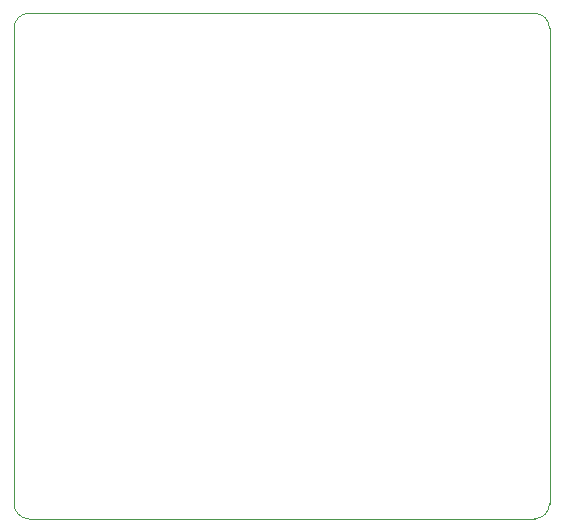
<source format=gbr>
G04 #@! TF.GenerationSoftware,KiCad,Pcbnew,5.1.5*
G04 #@! TF.CreationDate,2020-05-24T16:04:19+02:00*
G04 #@! TF.ProjectId,ATSAML22GA18A_DevBoard,41545341-4d4c-4323-9247-413138415f44,rev?*
G04 #@! TF.SameCoordinates,Original*
G04 #@! TF.FileFunction,Profile,NP*
%FSLAX46Y46*%
G04 Gerber Fmt 4.6, Leading zero omitted, Abs format (unit mm)*
G04 Created by KiCad (PCBNEW 5.1.5) date 2020-05-24 16:04:19*
%MOMM*%
%LPD*%
G04 APERTURE LIST*
%ADD10C,0.050000*%
%ADD11C,0.100000*%
G04 APERTURE END LIST*
D10*
X142240000Y-59690000D02*
G75*
G02X143510000Y-58420000I1270000J0D01*
G01*
X143510000Y-101219000D02*
G75*
G02X142240000Y-99949000I0J1270000D01*
G01*
X187579000Y-99949000D02*
G75*
G02X186309000Y-101219000I-1270000J0D01*
G01*
X186309000Y-58420000D02*
G75*
G02X187579000Y-59690000I0J-1270000D01*
G01*
D11*
X187579000Y-59690000D02*
X187579000Y-99949000D01*
X143510000Y-58420000D02*
X186309000Y-58420000D01*
X142240000Y-99949000D02*
X142240000Y-59690000D01*
X186309000Y-101219000D02*
X143510000Y-101219000D01*
M02*

</source>
